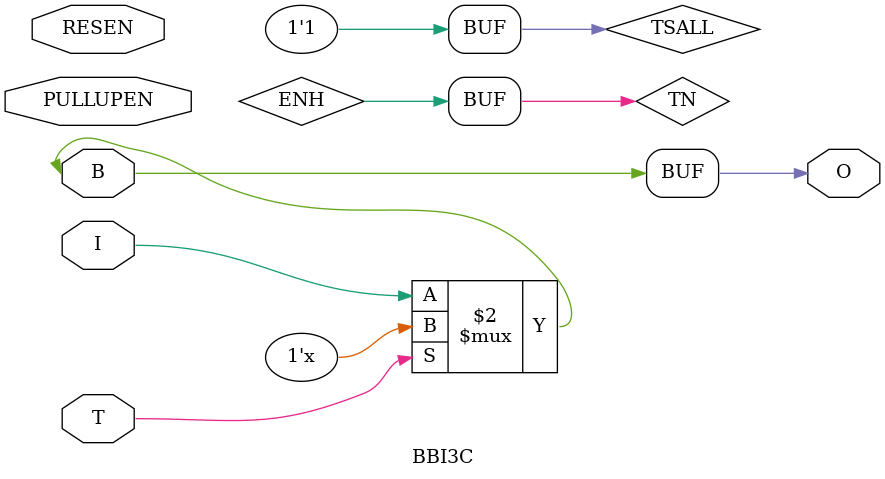
<source format=v>
`resetall
`timescale 1 ns / 1 ps

`celldefine

module BBI3C (I, T, O, B, RESEN, PULLUPEN);
  input  I, T, RESEN, PULLUPEN;
  output O;
  inout  B;

  supply1 TSALL;
  //tri1 TSALL = TSALL_INST.TSALLNET;

  not INST0 (TN, T);
  and INST1 (ENH, TN, TSALL);

  buf INST10 (O, B);
  bufif1 INST14 (B, I, ENH);


endmodule 

`endcelldefine

</source>
